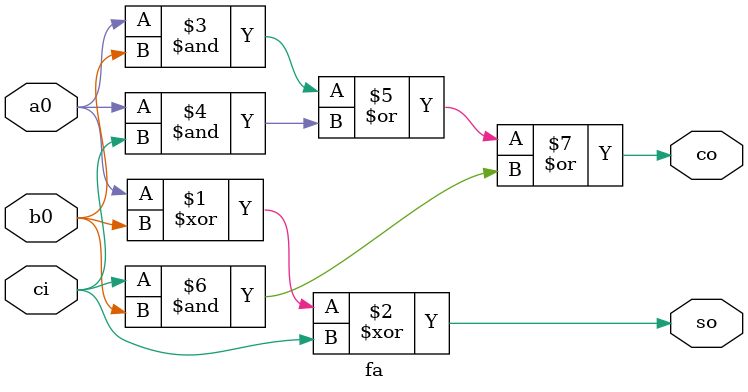
<source format=v>
module fa(a0,b0,ci,so,co);
   input a0;
   input b0;
   input ci;
   output so ;
   assign so = a0 ^ b0 ^ ci;
   output co;
   assign co = (a0 & b0) |
	       (a0 & ci) |
	       (ci & b0) ;

endmodule // fa

	  

</source>
